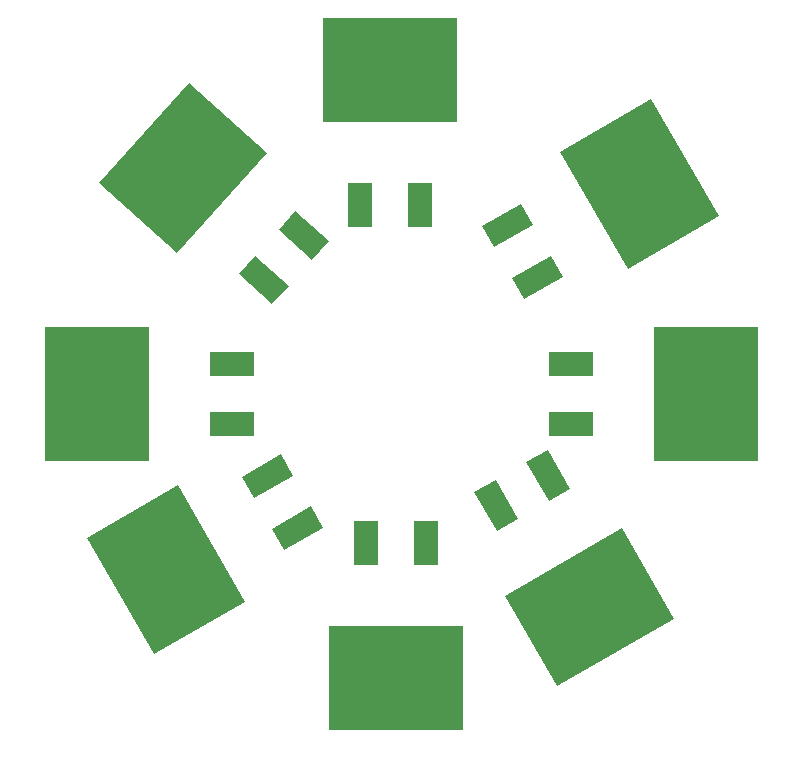
<source format=gbr>
G04 EAGLE Gerber RS-274X export*
G75*
%MOMM*%
%FSLAX34Y34*%
%LPD*%
%INSolderpaste Top*%
%IPPOS*%
%AMOC8*
5,1,8,0,0,1.08239X$1,22.5*%
G01*
G04 Define Apertures*
%ADD10R,2.080000X3.810000*%
%ADD11R,11.430000X8.890000*%
%ADD12R,3.810000X2.080000*%
%ADD13R,8.890000X11.430000*%
D10*
X-30400Y140700D03*
D11*
X-5000Y255000D03*
D10*
X20400Y140700D03*
X25400Y-145700D03*
D11*
X0Y-260000D03*
D10*
X-25400Y-145700D03*
D12*
X-138510Y-44450D03*
D13*
X-252810Y-19050D03*
D12*
X-138510Y6350D03*
X148510Y6350D03*
D13*
X262810Y-19050D03*
D12*
X148510Y-44450D03*
G36*
X116261Y123765D02*
X83267Y104716D01*
X72867Y122729D01*
X105861Y141778D01*
X116261Y123765D01*
G37*
D11*
G36*
X196331Y86682D02*
X139181Y185668D01*
X216169Y230118D01*
X273319Y131132D01*
X196331Y86682D01*
G37*
D12*
G36*
X141661Y79771D02*
X108667Y60722D01*
X98267Y78735D01*
X131261Y97784D01*
X141661Y79771D01*
G37*
G36*
X129294Y-109910D02*
X110245Y-76916D01*
X128258Y-66516D01*
X147307Y-99510D01*
X129294Y-109910D01*
G37*
D11*
G36*
X92211Y-189981D02*
X191197Y-132831D01*
X235647Y-209819D01*
X136661Y-266969D01*
X92211Y-189981D01*
G37*
D12*
G36*
X85300Y-135310D02*
X66251Y-102316D01*
X84264Y-91916D01*
X103313Y-124910D01*
X85300Y-135310D01*
G37*
G36*
X-119221Y97427D02*
X-90819Y72033D01*
X-104683Y56527D01*
X-133085Y81921D01*
X-119221Y97427D01*
G37*
D11*
G36*
X-109002Y185073D02*
X-185185Y99866D01*
X-251458Y159121D01*
X-175275Y244328D01*
X-109002Y185073D01*
G37*
D12*
G36*
X-85361Y135297D02*
X-56959Y109903D01*
X-70823Y94397D01*
X-99225Y119791D01*
X-85361Y135297D01*
G37*
G36*
X-104847Y-133507D02*
X-71853Y-114458D01*
X-61453Y-132471D01*
X-94447Y-151520D01*
X-104847Y-133507D01*
G37*
D11*
G36*
X-184917Y-96424D02*
X-127767Y-195410D01*
X-204755Y-239860D01*
X-261905Y-140874D01*
X-184917Y-96424D01*
G37*
D12*
G36*
X-130247Y-89513D02*
X-97253Y-70464D01*
X-86853Y-88477D01*
X-119847Y-107526D01*
X-130247Y-89513D01*
G37*
M02*

</source>
